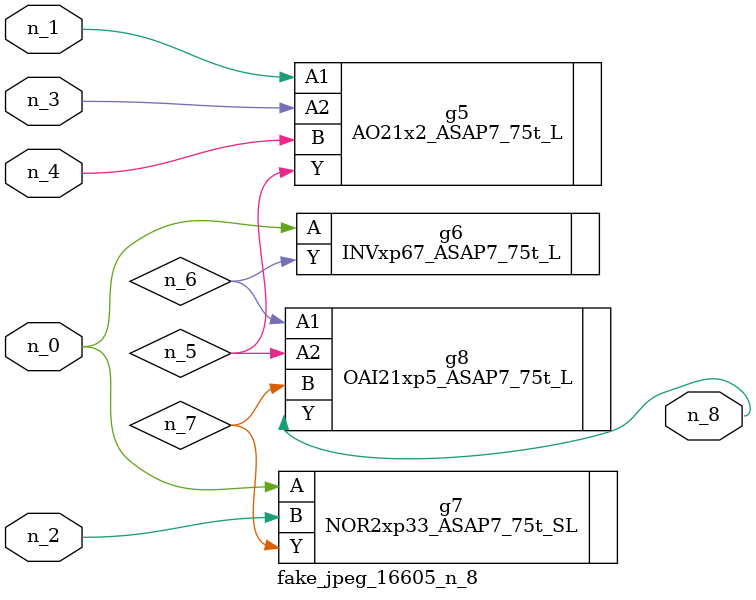
<source format=v>
module fake_jpeg_16605_n_8 (n_3, n_2, n_1, n_0, n_4, n_8);

input n_3;
input n_2;
input n_1;
input n_0;
input n_4;

output n_8;

wire n_6;
wire n_5;
wire n_7;

AO21x2_ASAP7_75t_L g5 ( 
.A1(n_1),
.A2(n_3),
.B(n_4),
.Y(n_5)
);

INVxp67_ASAP7_75t_L g6 ( 
.A(n_0),
.Y(n_6)
);

NOR2xp33_ASAP7_75t_SL g7 ( 
.A(n_0),
.B(n_2),
.Y(n_7)
);

OAI21xp5_ASAP7_75t_L g8 ( 
.A1(n_6),
.A2(n_5),
.B(n_7),
.Y(n_8)
);


endmodule
</source>
